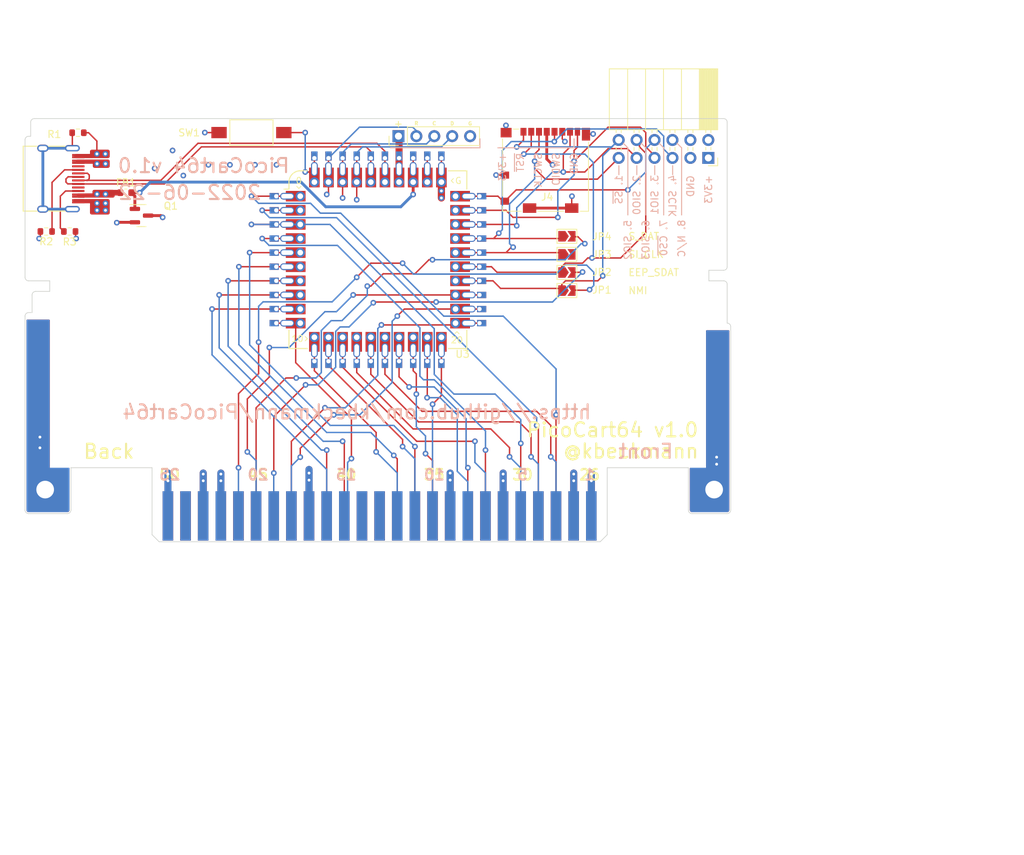
<source format=kicad_pcb>
(kicad_pcb (version 20211014) (generator pcbnew)
  (layers (0 "F.Cu" signal) (1 "In1.Cu" signal) (2 "In2.Cu" signal) (31 "B.Cu" signal) (34 "B.Paste" user) (35 "F.Paste" user) (36 "B.SilkS" user "B.Silkscreen") (37 "F.SilkS" user "F.Silkscreen") (38 "B.Mask" user) (39 "F.Mask" user) (44 "Edge.Cuts" user))
  (net 0 "")
  (net 1 "GND")
  (net 2 "+3V3")
  (net 3 "/N64_NMI")
  (net 4 "/N64_CIC_DCLK")
  (net 5 "/N64_VCC")
  (net 6 "/N64_SI_CLK")
  (net 7 "/N64_CIC_DIO")
  (net 8 "VBUS")
  (net 9 "Net-(J1-PadA5)")
  (net 10 "Net-(J1-PadB5)")
  (net 11 "Net-(J1-PadS1)")
  (net 12 "/USB_D-")
  (net 13 "/USB_D+")
  (net 16 "/AD0")
  (net 17 "/AD1")
  (net 18 "/AD2")
  (net 19 "/AD3")
  (net 20 "/AD4")
  (net 21 "/AD5")
  (net 22 "/AD6")
  (net 23 "/AD7")
  (net 24 "/AD8")
  (net 25 "/AD9")
  (net 26 "/AD10")
  (net 27 "/AD11")
  (net 28 "/AD12")
  (net 29 "/AD13")
  (net 30 "/AD14")
  (net 31 "/AD15")
  (net 32 "/ALEL")
  (net 33 "/ALEH")
  (net 34 "/~{WRITE}")
  (net 35 "/~{READ}")
  (net 36 "/N64_COLD_RESET")
  (net 37 "unconnected-(U3-Pad32)")
  (net 38 "/RP_SWDIO")
  (net 39 "/RP_SWDCLK")
  (net 40 "/~{RP_RESET}")
  (net 41 "Net-(SW1-Pad2)")
  (net 44 "/N64_S_DAT")
  (net 51 "/VBUS_unf")
  (net 52 "/N64_EEP_SDAT")
  (net 53 "/PMOD_4_SCLK")
  (net 54 "/PMOD_8_CS1")
  (net 55 "/PMOD_3_SIO1")
  (net 56 "/PMOD_7_CS0")
  (net 57 "/PMOD_2_SIO0")
  (net 58 "/PMOD_6_SIO3")
  (net 59 "/PMOD_1_SS")
  (net 60 "/PMOD_5_SIO2")
  (footprint "MountingHole:MountingHole_2.5mm_Pad" (layer "F.Cu") (at 102.85 112.6)
    (fp_text reference "REF**" hide)
    (fp_text value "MountingHole_2.5mm_Pad" hide)
  )
  (footprint "MountingHole:MountingHole_2.5mm_Pad" (layer "F.Cu") (at 197.65 112.6)
    (fp_text reference "REF**" hide)
    (fp_text value "MountingHole_2.5mm_Pad" hide)
  )
  (footprint "Jumper:SolderJumper-2_P1.3mm_Open_TrianglePad1.0x1.5mm" (layer "F.Cu") (at 176.784 84.3788)
    (fp_text reference "JP1")
    (fp_text value "SolderJumper_2_Open")
  )
  (footprint "Connector_PinHeader_2.54mm:PinHeader_1x05_P2.54mm_Vertical" (layer "F.Cu") (at 152.913 62.484 90)
    (fp_text reference "J2" hide)
    (fp_text value "Conn_01x05")
  )
  (footprint "Jumper:SolderJumper-2_P1.3mm_Open_TrianglePad1.0x1.5mm" (layer "F.Cu") (at 176.784 81.8134)
    (fp_text reference "JP2")
    (fp_text value "SolderJumper_2_Open")
  )
  (footprint "RP2040_Stamp:RP2040_Stamp_FlexyPin" (layer "F.Cu") (at 150 80)
    (fp_text reference "U3")
    (fp_text value "RP2040_Stamp")
  )
  (footprint "Connector_USB_Extra:USB_C_Receptacle_GT-USB-7010" (layer "F.Cu") (at 104.394 68.515 -90)
    (fp_text reference "J1" hide)
    (fp_text value "USB_C_Receptacle_USB2.0")
  )
  (footprint "Resistor_SMD:R_0603_1608Metric" (layer "F.Cu") (at 106.325 76)
    (fp_text reference "R3")
    (fp_text value "5k1")
  )
  (footprint "Connector_Card:microSD_HC_Molex_104031-0811" (layer "F.Cu") (at 173.736 67.31)
    (fp_text reference "J4")
    (fp_text value "Micro_SD_Card_Det")
  )
  (footprint "Resistor_SMD:R_0603_1608Metric" (layer "F.Cu") (at 107.5 62 180)
    (fp_text reference "R1")
    (fp_text value "1M")
  )
  (footprint "Button_Switch_SMD:SW_SPST_FSMSM" (layer "F.Cu") (at 132.08 61.976)
    (fp_text reference "SW1")
    (fp_text value "BootButton")
  )
  (footprint "Jumper:SolderJumper-2_P1.3mm_Open_TrianglePad1.0x1.5mm" (layer "F.Cu") (at 176.784 79.248)
    (fp_text reference "JP3")
    (fp_text value "SolderJumper_2_Open")
  )
  (footprint "Jumper:SolderJumper-2_P1.3mm_Open_TrianglePad1.0x1.5mm" (layer "F.Cu") (at 176.784 76.6826)
    (fp_text reference "JP4")
    (fp_text value "SolderJumper_2_Open")
  )
  (footprint "Resistor_SMD:R_0603_1608Metric" (layer "F.Cu") (at 103 76 180)
    (fp_text reference "R2")
    (fp_text value "5k1")
  )
  (footprint "Package_TO_SOT_SMD:SOT-23" (layer "F.Cu") (at 116.5 73.75)
    (fp_text reference "Q1")
    (fp_text value "BSS84")
  )
  (footprint "Connector_PinSocket_2.54mm:PinSocket_2x06_P2.54mm_Horizontal" (layer "F.Cu") (at 196.825 65.569 -90)
    (fp_text reference "J3" hide)
    (fp_text value "Conn_02x06_Odd_Even")
  )
  (footprint "Inductor_SMD:L_0603_1608Metric" (layer "F.Cu") (at 114.2875 70.5)
    (fp_text reference "FB1")
    (fp_text value "Ferrite")
  )
  (footprint "picocart64:N64-Connector" (layer "B.Cu") (at 150.241 116.332 180)
    (fp_text reference "U4" hide)
    (fp_text value "N64-Cartridge")
  )
  (gr_line (start 191.77 67.945) (end 191.77 66.675) (layer "B.SilkS") (width 0.15))
  (gr_line (start 190.5 64.135) (end 189.865 63.5) (layer "B.SilkS") (width 0.15))
  (gr_line (start 189.23 67.945) (end 189.23 66.675) (layer "B.SilkS") (width 0.15))
  (gr_line (start 190.5 73.66) (end 190.5 64.135) (layer "B.SilkS") (width 0.15))
  (gr_line (start 187.96 64.135) (end 187.325 63.5) (layer "B.SilkS") (width 0.15))
  (gr_line (start 185.42 64.135) (end 184.785 63.5) (layer "B.SilkS") (width 0.15))
  (gr_line (start 193.04 73.66) (end 193.04 64.135) (layer "B.SilkS") (width 0.15))
  (gr_line (start 185.42 73.66) (end 185.42 64.135) (layer "B.SilkS") (width 0.15))
  (gr_line (start 186.69 67.945) (end 186.69 66.675) (layer "B.SilkS") (width 0.15))
  (gr_line (start 193.04 64.135) (end 192.405 63.5) (layer "B.SilkS") (width 0.15))
  (gr_line (start 177.8 64.135) (end 177.8 62.865) (layer "B.SilkS") (width 0.15))
  (gr_line (start 151.765 64.135) (end 163.195 64.135) (layer "B.SilkS") (width 0.15))
  (gr_line (start 164.465 64.135) (end 164.465 62.865) (layer "B.SilkS") (width 0.15))
  (gr_line (start 184.15 67.945) (end 184.15 66.675) (layer "B.SilkS") (width 0.15))
  (gr_line (start 187.96 73.66) (end 187.96 64.135) (layer "B.SilkS") (width 0.15))
  (gr_line (start 163.195 64.135) (end 164.465 64.135) (layer "B.SilkS") (width 0.15))
  (gr_line (start 167.005 64.135) (end 177.8 64.135) (layer "B.SilkS") (width 0.15))
  (gr_line locked (start 182.5 119) (end 182.5 109.5) (layer "Edge.Cuts") (width 0.1))
  (gr_line locked (start 194 109.5) (end 182.5 109.5) (layer "Edge.Cuts") (width 0.1))
  (gr_line locked (start 194 109.5) (end 194 115.5) (layer "Edge.Cuts") (width 0.1))
  (gr_line locked (start 199.5 116) (end 194.5 116) (layer "Edge.Cuts") (width 0.1))
  (gr_line locked (start 200 115.5) (end 200 89.5) (layer "Edge.Cuts") (width 0.1))
  (gr_line locked (start 196.9 83) (end 196.9 81.5) (layer "Edge.Cuts") (width 0.1))
  (gr_line locked (start 199 81.5) (end 196.9 81.5) (layer "Edge.Cuts") (width 0.1))
  (gr_line locked (start 199.5 60.5) (end 199.5 81) (layer "Edge.Cuts") (width 0.1))
  (gr_line locked (start 118 119) (end 119 120) (layer "Edge.Cuts") (width 0.1))
  (gr_line locked (start 182.5 119) (end 181.5 120) (layer "Edge.Cuts") (width 0.1))
  (gr_arc locked (start 100.8 60.5) (mid 100.946447 60.146447) (end 101.3 60) (layer "Edge.Cuts") (width 0.1))
  (gr_arc locked (start 100 63) (mid 100.146447 62.646447) (end 100.5 62.5) (layer "Edge.Cuts") (width 0.1))
  (gr_arc locked (start 100.5 83) (mid 100.146447 82.853553) (end 100 82.5) (layer "Edge.Cuts") (width 0.1))
  (gr_arc locked (start 101 85) (mid 101.146447 84.646447) (end 101.5 84.5) (layer "Edge.Cuts") (width 0.1))
  (gr_arc locked (start 100 88) (mid 100.146447 87.646447) (end 100.5 87.5) (layer "Edge.Cuts") (width 0.1))
  (gr_arc locked (start 100.5 116) (mid 100.146447 115.853553) (end 100 115.5) (layer "Edge.Cuts") (width 0.1))
  (gr_arc locked (start 106.5 115.5) (mid 106.353553 115.853553) (end 106 116) (layer "Edge.Cuts") (width 0.1))
  (gr_arc locked (start 194.5 116) (mid 194.146447 115.853553) (end 194 115.5) (layer "Edge.Cuts") (width 0.1))
  (gr_arc locked (start 200 115.5) (mid 199.853553 115.853553) (end 199.5 116) (layer "Edge.Cuts") (width 0.1))
  (gr_arc locked (start 199 83) (mid 199.353553 83.146447) (end 199.5 83.5) (layer "Edge.Cuts") (width 0.1))
  (gr_arc locked (start 199.5 81) (mid 199.353553 81.353553) (end 199 81.5) (layer "Edge.Cuts") (width 0.1))
  (gr_arc locked (start 199.5 89) (mid 199.853553 89.146447) (end 200 89.5) (layer "Edge.Cuts") (width 0.1))
  (gr_line locked (start 199.5 83.5) (end 199.5 89) (layer "Edge.Cuts") (width 0.1))
  (gr_line locked (start 118 119) (end 118 109.5) (layer "Edge.Cuts") (width 0.1))
  (gr_line locked (start 106.5 109.5) (end 106.5 115.5) (layer "Edge.Cuts") (width 0.1))
  (gr_arc locked (start 199 60) (mid 199.353553 60.146447) (end 199.5 60.5) (layer "Edge.Cuts") (width 0.1))
  (gr_line locked (start 181.5 120) (end 119 120) (layer "Edge.Cuts") (width 0.1))
  (gr_line locked (start 118 109.5) (end 106.5 109.5) (layer "Edge.Cuts") (width 0.1))
  (gr_line locked (start 103.5 84.5) (end 103.5 83) (layer "Edge.Cuts") (width 0.1))
  (gr_line locked (start 101.5 84.5) (end 103.5 84.5) (layer "Edge.Cuts") (width 0.1))
  (gr_line locked (start 106 116) (end 100.5 116) (layer "Edge.Cuts") (width 0.1))
  (gr_line locked (start 100.5 62.5) (end 100.8 62.5) (layer "Edge.Cuts") (width 0.1))
  (gr_line locked (start 100 82.5) (end 100 63) (layer "Edge.Cuts") (width 0.1))
  (gr_line locked (start 100.8 62.5) (end 100.8 60.5) (layer "Edge.Cuts") (width 0.1))
  (gr_line locked (start 101.3 60) (end 199 60) (layer "Edge.Cuts") (width 0.1))
  (gr_line locked (start 100 115.5) (end 100 88) (layer "Edge.Cuts") (width 0.1))
  (gr_line locked (start 100.5 87.5) (end 101 87.5) (layer "Edge.Cuts") (width 0.1))
  (gr_line locked (start 101 87.5) (end 101 85) (layer "Edge.Cuts") (width 0.1))
  (gr_line locked (start 199 83) (end 196.9 83) (layer "Edge.Cuts") (width 0.1))
  (gr_line locked (start 103.5 83) (end 100.5 83) (layer "Edge.Cuts") (width 0.1))
  (gr_text "5" (at 170.5 110.5) (layer "B.SilkS") (effects (font (size 1.5 1.5) (thickness 0.3)) (justify mirror)))
  (gr_text "10" (at 158 110.5) (layer "B.SilkS") (effects (font (size 1.5 1.5) (thickness 0.3)) (justify mirror)))
  (gr_text "15" (at 145.5 110.5) (layer "B.SilkS") (effects (font (size 1.5 1.5) (thickness 0.3)) (justify mirror)))
  (gr_text "20" (at 133 110.5) (layer "B.SilkS") (effects (font (size 1.5 1.5) (thickness 0.3)) (justify mirror)))
  (gr_text "25" (at 120.5 110.5) (layer "B.SilkS") (effects (font (size 1.5 1.5) (thickness 0.3)) (justify mirror)))
  (gr_text "+3V3" (at 196.85 67.945 90) (layer "B.SilkS") (effects (font (size 1 1)) (justify left mirror)))
  (gr_text "2. SIO0" (at 186.69 67.923948 90) (layer "B.SilkS") (effects (font (size 1 1)) (justify left mirror)))
  (gr_text "SWCLK" (at 172.72 64.77 90) (layer "B.SilkS") (effects (font (size 1 1)) (justify left mirror)))
  (gr_text "4. SCLK" (at 191.77 67.883551 90) (layer "B.SilkS") (effects (font (size 1 1)) (justify left mirror)))
  (gr_text "GND" (at 177.8 64.77 90) (layer "B.SilkS") (effects (font (size 1 1)) (justify left mirror)))
  (gr_text "GND" (at 194.31 67.961833 90) (layer "B.SilkS") (effects (font (size 1 1)) (justify left mirror)))
  (gr_text "3. SIO1" (at 189.23 67.903749 90) (layer "B.SilkS") (effects (font (size 1 1)) (justify left mirror)))
  (gr_text "6. SIO3" (at 187.96 74.29078 90) (layer "B.SilkS") (effects (font (size 1 1)) (justify left mirror)))
  (gr_text "7. ~{CS0}" (at 190.5 74.270581 90) (layer "B.SilkS") (effects (font (size 1 1)) (justify left mirror)))
  (gr_text "5. SIO2" (at 185.42 74.295 90) (layer "B.SilkS") (effects (font (size 1 1)) (justify left mirror)))
  (gr_text "+3V3" (at 167.64 64.77 90) (layer "B.SilkS") (effects (font (size 1 1)) (justify left mirror)))
  (gr_text "~{RST}" (at 170.18 64.77 90) (layer "B.SilkS") (effects (font (size 1 1)) (justify left mirror)))
  (gr_text "1" (at 180 110.5) (layer "B.SilkS") (effects (font (size 1.5 1.5) (thickness 0.3)) (justify mirror)))
  (gr_text "SWDIO" (at 175.26 64.77 90) (layer "B.SilkS") (effects (font (size 1 1)) (justify left mirror)))
  (gr_text "1. ~{SS}" (at 184.15 67.928168 90) (layer "B.SilkS") (effects (font (size 1 1)) (justify left mirror)))
  (gr_text "8. N/C" (at 193.04 74.250383 90) (layer "B.SilkS") (effects (font (size 1 1)) (justify left mirror)))
  (gr_text "45" (at 133 110.5) (layer "F.SilkS") (effects (font (size 1.5 1.5) (thickness 0.3))))
  (gr_text "40" (at 145.5 110.5) (layer "F.SilkS") (effects (font (size 1.5 1.5) (thickness 0.3))))
  (gr_text "35" (at 158 110.5) (layer "F.SilkS") (effects (font (size 1.5 1.5) (thickness 0.3))))
  (gr_text "30" (at 170.5 110.5) (layer "F.SilkS") (effects (font (size 1.5 1.5) (thickness 0.3))))
  (gr_text "26" (at 180 110.5) (layer "F.SilkS") (effects (font (size 1.5 1.5) (thickness 0.3))))
  (gr_text "D" (at 160.528 60.699189) (layer "F.SilkS") (effects (font (size 0.5 0.5) (thickness 0.125))))
  (gr_text "S_DAT" (at 185.42 76.6826) (layer "F.SilkS") (effects (font (size 1 1)) (justify left)))
  (gr_text "50" (at 120.5 110.5) (layer "F.SilkS") (effects (font (size 1.5 1.5) (thickness 0.3))))
  (gr_text "R" (at 155.448 60.671135) (layer "F.SilkS") (effects (font (size 0.5 0.5) (thickness 0.125))))
  (gr_text "NMI" (at 185.42 84.3788) (layer "F.SilkS") (effects (font (size 1 1)) (justify left)))
  (gr_text "EEP_SDAT" (at 185.42 81.8134) (layer "F.SilkS") (effects (font (size 1 1)) (justify left)))
  (gr_text "C" (at 157.988 60.685162) (layer "F.SilkS") (effects (font (size 0.5 0.5) (thickness 0.125))))
  (gr_text "+" (at 152.908 60.706) (layer "F.SilkS") (effects (font (size 1 1))))
  (gr_text "G" (at 163.068 60.706) (layer "F.SilkS") (effects (font (size 0.5 0.5) (thickness 0.125))))
  (gr_text "SI_CLK" (at 185.42 79.248) (layer "F.SilkS") (effects (font (size 1 1)) (justify left)))
  (segment (start 159 67.15) (end 159 65.6) (width 0.2032) (layer "F.Cu") (net 1))
  (segment (start 168.148 60.96) (end 168.148 61.962) (width 0.2032) (layer "F.Cu") (net 1))
  (segment (start 127.75 116) (end 127.75 110.25) (width 1) (layer "F.Cu") (net 1))
  (segment (start 109 62) (end 110.179 63.179) (width 0.2032) (layer "F.Cu") (net 1))
  (segment (start 102.175 76.825) (end 102 77) (width 0.2032) (layer "F.Cu") (net 1))
  (segment (start 107.15 76.9) (end 107.25 77) (width 0.2032) (layer "F.Cu") (net 1))
  (segment (start 176.131 62.881) (end 176.131 61.86) (width 0.2032) (layer "F.Cu") (net 1))
  (segment (start 159 68.35) (end 159 68.5) (width 0.4064) (layer "F.Cu") (net 1))
  (segment (start 107.15 76) (end 107.15 76.9) (width 0.2032) (layer "F.Cu") (net 1))
  (segment (start 171.496 72.685) (end 177.466 72.685) (width 0.4) (layer "F.Cu") (net 1))
  (segment (start 167.75 116) (end 167.75 110.25) (width 1) (layer "F.Cu") (net 1))
  (segment (start 159 68.5) (end 159 71.25) (width 1.016) (layer "F.Cu") (net 1))
  (segment (start 166.75 68) (end 167.986 68) (width 0.2032) (layer "F.Cu") (net 1))
  (segment (start 180.25 116) (end 180.25 110.25) (width 1) (layer "F.Cu") (net 1))
  (segment (start 168.148 61.962) (end 168.171 61.985) (width 0.2032) (layer "F.Cu") (net 1))
  (segment (start 177.466 71.034) (end 177.5 71) (width 0.2032) (layer "F.Cu") (net 1))
  (segment (start 177.75 116) (end 177.75 110.25) (width 1) (layer "F.Cu") (net 1))
  (segment (start 177.466 72.685) (end 177.466 71.034) (width 0.2032) (layer "F.Cu") (net 1))
  (segment (start 125.25 116) (end 125.25 110.25) (width 1) (layer "F.Cu") (net 1))
  (segment (start 110.179 63.179) (end 110.179 65.0018) (width 0.2032) (layer "F.Cu") (net 1))
  (segment (start 180.5 62.1723) (end 180.4623 62.21) (width 0.2032) (layer "F.Cu") (net 1))
  (segment (start 167.986 68) (end 167.996 68.01) (width 0.2032) (layer "F.Cu") (net 1))
  (segment (start 102.175 76) (end 102.175 76.825) (width 0.2032) (layer "F.Cu") (net 1))
  (segment (start 176.5 63.25) (end 176.131 62.881) (width 0.2032) (layer "F.Cu") (net 1))
  (segment (start 120.25 116) (end 120.25 110.25) (width 1) (layer "F.Cu") (net 1))
  (segment (start 180.4623 62.21) (end 179.491 62.21) (width 0.2032) (layer "F.Cu") (net 1))
  (segment (start 127.49 61.976) (end 125.476 61.976) (width 0.2032) (layer "F.Cu") (net 1))
  (segment (start 108.325 62) (end 109 62) (width 0.2032) (layer "F.Cu") (net 1))
  (via (at 110.2 73.0018) (size 0.8) (drill 0.4) (layers "F.Cu" "B.Cu") (net 1))
  (via (at 110.2 72.0018) (size 0.8) (drill 0.4) (layers "F.Cu" "B.Cu") (net 1))
  (via (at 111.4 72.0018) (size 0.8) (drill 0.4) (layers "F.Cu" "B.Cu") (net 1))
  (via (at 111.4 73.0018) (size 0.8) (drill 0.4) (layers "F.Cu" "B.Cu") (net 1))
  (via (at 102.108 105.156) (size 0.8) (drill 0.4) (layers "F.Cu" "B.Cu") (net 1))
  (via (at 180.25 111.35) (size 0.8) (drill 0.4) (layers "F.Cu" "B.Cu") (net 1))
  (via (at 180.25 110.4) (size 0.8) (drill 0.4) (layers "F.Cu" "B.Cu") (net 1))
  (via (at 177.75 111.35) (size 0.8) (drill 0.4) (layers "F.Cu" "B.Cu") (net 1))
  (via (at 177.75 110.4) (size 0.8) (drill 0.4) (layers "F.Cu" "B.Cu") (net 1))
  (via (at 167.75 110.4) (size 0.8) (drill 0.4) (layers "F.Cu" "B.Cu") (net 1))
  (via (at 167.75 111.35) (size 0.8) (drill 0.4) (layers "F.Cu" "B.Cu") (net 1))
  (via (at 127.75 111.35) (size 0.8) (drill 0.4) (layers "F.Cu" "B.Cu") (net 1))
  (via (at 127.75 110.4) (size 0.8) (drill 0.4) (layers "F.Cu" "B.Cu") (net 1))
  (via (at 125.25 110.4) (size 0.8) (drill 0.4) (layers "F.Cu" "B.Cu") (net 1))
  (via (at 125.25 111.35) (size 0.8) (drill 0.4) (layers "F.Cu" "B.Cu") (net 1))
  (via (at 120.25 111.35) (size 0.8) (drill 0.4) (layers "F.Cu" "B.Cu") (net 1))
  (via (at 120.25 110.4) (size 0.8) (drill 0.4) (layers "F.Cu" "B.Cu") (net 1))
  (via (at 198 108) (size 0.8) (drill 0.4) (layers "F.Cu" "B.Cu") (net 1))
  (via (at 159 70.25) (size 0.8) (drill 0.4) (layers "F.Cu" "B.Cu") (net 1))
  (via (at 122.428 68.072) (size 0.8) (drill 0.4) (layers "F.Cu" "B.Cu") (net 1))
  (via (at 110.179 65.0018) (size 0.8) (drill 0.4) (layers "F.Cu" "B.Cu") (net 1))
  (via (at 159 71.25) (size 0.8) (drill 0.4) (layers "F.Cu" "B.Cu") (net 1))
  (via (at 107.25 77) (size 0.8) (drill 0.4) (layers "F.Cu" "B.Cu") (net 1))
  (via (at 111.379 65.0018) (size 0.8) (drill 0.4) (layers "F.Cu" "B.Cu") (net 1))
  (via (at 129.032 66.548) (size 0.8) (drill 0.4) (layers "F.Cu" "B.Cu") (net 1))
  (via (at 168.148 60.96) (size 0.8) (drill 0.4) (layers "F.Cu" "B.Cu") (net 1))
  (via (at 120.904 64.516) (size 0.8) (drill 0.4) (layers "F.Cu" "B.Cu") (net 1))
  (via (at 132.588 66.548) (size 0.8) (drill 0.4) (layers "F.Cu" "B.Cu") (net 1))
  (via (at 198 109) (size 0.8) (drill 0.4) (layers "F.Cu" "B.Cu") (net 1))
  (via (at 180.5 62.1723) (size 0.8) (drill 0.4) (layers "F.Cu" "B.Cu") (net 1))
  (via (at 177.5 71) (size 0.8) (drill 0.4) (layers "F.Cu" "B.Cu") (net 1))
  (via (at 166.75 68) (size 0.8) (drill 0.4) (layers "F.Cu" "B.Cu") (net 1))
  (via (at 118.364 67.056) (size 0.8) (drill 0.4) (layers "F.Cu" "B.Cu") (net 1))
  (via (at 125.984 66.548) (size 0.8) (drill 0.4) (layers "F.Cu" "B.Cu") (net 1))
  (via (at 125.476 61.976) (size 0.8) (drill 0.4) (layers "F.Cu" "B.Cu") (net 1))
  (via (at 102 77) (size 0.8) (drill 0.4) (layers "F.Cu" "B.Cu") (net 1))
  (via (at 176.5 63.25) (size 0.8) (drill 0.4) (layers "F.Cu" "B.Cu") (net 1))
  (via (at 102.108 106.68) (size 0.8) (drill 0.4) (layers "F.Cu" "B.Cu") (net 1))
  (via (at 135.636 66.548) (size 0.8) (drill 0.4) (layers "F.Cu" "B.Cu") (net 1))
  (segment (start 177.75 116) (end 177.75 110.25) (width 1) (layer "B.Cu") (net 1))
  (segment (start 125.25 116) (end 125.25 110.25) (width 1) (layer "B.Cu") (net 1))
  (segment (start 127.75 116) (end 127.75 110.25) (width 1) (layer "B.Cu") (net 1))
  (segment (start 167.75 116) (end 167.75 110.25) (width 1) (layer "B.Cu") (net 1))
  (segment (start 120.25 116) (end 120.25 110.25) (width 1) (layer "B.Cu") (net 1))
  (segment (start 180.25 116) (end 180.25 110.25) (width 1) (layer "B.Cu") (net 1))
  (segment (start 174.752 66.548) (end 173.931 65.727) (width 0.4) (layer "F.Cu") (net 2))
  (segment (start 115.5625 74.7) (end 113.05 74.7) (width 0.4064) (layer "F.Cu") (net 2))
  (segment (start 113.05 74.7) (end 113 74.75) (width 0.4064) (layer "F.Cu") (net 2))
  (segment (start 173.931 65.727) (end 173.931 61.86) (width 0.4) (layer "F.Cu") (net 2))
  (segment (start 153 62.571) (end 152.913 62.484) (width 1) (layer "F.Cu") (net 2))
  (segment (start 153 68.35) (end 153 62.571) (width 1) (layer "F.Cu") (net 2))
  (via (at 113 74.75) (size 0.8) (drill 0.4) (layers "F.Cu" "B.Cu") (net 2))
  (via (at 174.752 66.548) (size 0.8) (drill 0.4) (layers "F.Cu" "B.Cu") (net 2))
  (segment (start 178.35 76.75) (end 177.509 76.75) (width 0.2032) (layer "F.Cu") (net 3))
  (segment (start 179.324 77.724) (end 178.35 76.75) (width 0.2032) (layer "F.Cu") (net 3))
  (segment (start 136.976 96.774) (end 132.741 101.009) (width 0.2032) (layer "F.Cu") (net 3))
  (segment (start 138.43 96.774) (end 136.976 96.774) (width 0.2032) (layer "F.Cu") (net 3))
  (segment (start 157.24 80.01) (end 155.25 82) (width 0.2032) (layer "F.Cu") (net 3))
  (segment (start 149 83.75) (end 148.5 83.75) (width 0.2032) (layer "F.Cu") (net 3))
  (segment (start 132.741 101.009) (end 132.741 116.332) (width 0.2032) (layer "F.Cu") (net 3))
  (segment (start 155.25 82) (end 150.75 82) (width 0.2032) (layer "F.Cu") (net 3))
  (segment (start 157.734 80.01) (end 157.24 80.01) (width 0.2032) (layer "F.Cu") (net 3))
  (segment (start 150.75 82) (end 149 83.75) (width 0.2032) (layer "F.Cu") (net 3))
  (via (at 148.5 83.75) (size 0.8) (drill 0.4) (layers "F.Cu" "B.Cu") (net 3))
  (via (at 157.734 80.01) (size 0.8) (drill 0.4) (layers "F.Cu" "B.Cu") (net 3))
  (via (at 138.43 96.774) (size 0.8) (drill 0.4) (layers "F.Cu" "B.Cu") (net 3))
  (via (at 179.324 77.724) (size 0.8) (drill 0.4) (layers "F.Cu" "B.Cu") (net 3))
  (segment (start 138.43 96.774) (end 141.224 96.774) (width 0.2032) (layer "B.Cu") (net 3))
  (segment (start 176.53 80.01) (end 178.816 77.724) (width 0.2032) (layer "B.Cu") (net 3))
  (segment (start 143.383 88.646) (end 144.907 88.646) (width 0.2032) (layer "B.Cu") (net 3))
  (segment (start 144.907 88.646) (end 148.5 85.053) (width 0.2032) (layer "B.Cu") (net 3))
  (segment (start 148.5 85.053) (end 148.5 83.75) (width 0.2032) (layer "B.Cu") (net 3))
  (segment (start 141.986 90.043) (end 143.383 88.646) (width 0.2032) (layer "B.Cu") (net 3))
  (segment (start 178.816 77.724) (end 179.324 77.724) (width 0.2032) (layer "B.Cu") (net 3))
  (segment (start 141.224 96.774) (end 141.986 96.012) (width 0.2032) (layer "B.Cu") (net 3))
  (segment (start 141.986 96.012) (end 141.986 90.043) (width 0.2032) (layer "B.Cu") (net 3))
  (segment (start 157.734 80.01) (end 176.53 80.01) (width 0.2032) (layer "B.Cu") (net 3))
  (segment (start 137.741 105.759) (end 142.5 101) (width 0.2032) (layer "F.Cu") (net 4))
  (segment (start 161.4 89.25) (end 161.65 89) (width 0.2032) (layer "F.Cu") (net 4))
  (segment (start 164.4 89) (end 162.85 89) (width 0.2032) (layer "F.Cu") (net 4))
  (segment (start 137.741 116.332) (end 137.741 105.759) (width 0.2032) (layer "F.Cu") (net 4))
  (segment (start 150.5 89.25) (end 161.4 89.25) (width 0.2032) (layer "F.Cu") (net 4))
  (via (at 142.5 101) (size 0.8) (drill 0.4) (layers "F.Cu" "B.Cu") (net 4))
  (via (at 150.5 89.25) (size 0.8) (drill 0.4) (layers "F.Cu" "B.Cu") (net 4))
  (segment (start 149.987 89.763) (end 149.987 96.393) (width 0.2032) (layer "B.Cu") (net 4))
  (segment (start 150.5 89.25) (end 149.987 89.763) (width 0.2032) (layer "B.Cu") (net 4))
  (segment (start 149.987 96.393) (end 145.38 101) (width 0.2032) (layer "B.Cu") (net 4))
  (segment (start 145.38 101) (end 142.5 101) (width 0.2032) (layer "B.Cu") (net 4))
  (segment (start 160.241 110.259) (end 160.241 116.332) (width 1.016) (layer "F.Cu") (net 5))
  (segment (start 140.241 109.759) (end 140.241 116.332) (width 1.016) (layer "F.Cu") (net 5))
  (segment (start 119.25 73.75) (end 119.5 74) (width 0.4064) (layer "F.Cu") (net 5))
  (segment (start 117.4375 73.75) (end 119.25 73.75) (width 0.4064) (layer "F.Cu") (net 5))
  (via (at 160.241 110.259) (size 0.8) (drill 0.4) (layers "F.Cu" "B.Cu") (net 5))
  (via (at 119.5 74) (size 0.8) (drill 0.4) (layers "F.Cu" "B.Cu") (net 5))
  (via (at 140.241 110.259) (size 0.8) (drill 0.4) (layers "F.Cu" "B.Cu") (net 5))
  (via (at 140.241 111.259) (size 0.8) (drill 0.4) (layers "F.Cu" "B.Cu") (net 5))
  (via (at 160.241 111.252) (size 0.8) (drill 0.4) (layers "F.Cu" "B.Cu") (net 5))
  (segment (start 140.25 110.25) (end 140.241 110.259) (width 1.016) (layer "B.Cu") (net 5))
  (segment (start 160.241 116.332) (end 160.241 110.259) (width 1.016) (layer "B.Cu") (net 5))
  (segment (start 140.241 116.332) (end 140.241 109.75) (width 1.016) (layer "B.Cu") (net 5))
  (segment (start 139.75 97.75) (end 135.25 102.25) (width 0.2032) (layer "F.Cu") (net 6))
  (segment (start 179 81.75) (end 178.962 81.788) (width 0.2032) (layer "F.Cu") (net 6))
  (segment (start 178.962 81.788) (end 177.509 81.788) (width 0.2032) (layer "F.Cu") (net 6))
  (segment (start 149.352 86.106) (end 149.458 86) (width 0.2032) (layer "F.Cu") (net 6))
  (segment (start 135.25 102.25) (end 135.25 110.25) (width 0.2032) (layer "F.Cu") (net 6))
  (segment (start 149.458 86) (end 158.25 86) (width 0.2032) (layer "F.Cu") (net 6))
  (via (at 139.75 97.75) (size 0.8) (drill 0.4) (layers "F.Cu" "B.Cu") (net 6))
  (via (at 179 81.75) (size 0.8) (drill 0.4) (layers "F.Cu" "B.Cu") (net 6))
  (via (at 135.25 110.25) (size 0.8) (drill 0.4) (layers "F.Cu" "B.Cu") (net 6))
  (via (at 158.25 86) (size 0.8) (drill 0.4) (layers "F.Cu" "B.Cu") (net 6))
  (via (at 149.352 86.106) (size 0.8) (drill 0.4) (layers "F.Cu" "B.Cu") (net 6))
  (segment (start 144.018 90.17) (end 144.018 95.25) (width 0.2032) (layer "B.Cu") (net 6))
  (segment (start 144.018 95.25) (end 141.518 97.75) (width 0.2032) (layer "B.Cu") (net 6))
  (segment (start 174.75 86) (end 179 81.75) (width 0.2032) (layer "B.Cu") (net 6))
  (segment (start 149.352 86.106) (end 145.923 89.535) (width 0.2032) (layer "B.Cu") (net 6))
  (segment (start 158.25 86) (end 174.75 86) (width 0.2032) (layer "B.Cu") (net 6))
  (segment (start 135.241 110.259) (end 135.25 110.25) (width 0.2032) (layer "B.Cu") (net 6))
  (segment (start 145.923 89.535) (end 144.653 89.535) (width 0.2032) (layer "B.Cu") (net 6))
  (segment (start 135.241 116.332) (end 135.241 110.259) (width 0.2032) (layer "B.Cu") (net 6))
  (segment (start 141.518 97.75) (end 139.75 97.75) (width 0.2032) (layer "B.Cu") (net 6))
  (segment (start 144.653 89.535) (end 144.018 90.17) (width 0.2032) (layer "B.Cu") (net 6))
  (segment (start 153.75 87) (end 161.65 87) (width 0.2032) (layer "F.Cu") (net 7))
  (segment (start 139 108) (end 139 106.75) (width 0.2032) (layer "F.Cu") (net 7))
  (segment (start 139 106.75) (end 143.75 102) (width 0.2032) (layer "F.Cu") (net 7))
  (segment (start 152.75 88) (end 153.75 87) (width 0.2032) (layer "F.Cu") (net 7))
  (segment (start 162.85 87) (end 164.4 87) (width 0.2032) (layer "F.Cu") (net 7))
  (via (at 143.75 102) (size 0.8) (drill 0.4) (layers "F.Cu" "B.Cu") (net 7))
  (via (at 152.75 88) (size 0.8) (drill 0.4) (layers "F.Cu" "B.Cu") (net 7))
  (via (at 139 108) (size 0.8) (drill 0.4) (layers "F.Cu" "B.Cu") (net 7))
  (segment (start 152.019 88.731) (end 152.019 97.409) (width 0.2032) (layer "B.Cu") (net 7))
  (segment (start 137.741 109.259) (end 137.741 116.332) (width 0.2032) (layer "B.Cu") (net 7))
  (segment (start 152.75 88) (end 152.019 88.731) (width 0.2032) (layer "B.Cu") (net 7))
  (segment (start 147.428 102) (end 143.75 102) (width 0.2032) (layer "B.Cu") (net 7))
  (segment (start 152.019 97.409) (end 147.428 102) (width 0.2032) (layer "B.Cu") (net 7))
  (segment (start 139 108) (end 137.741 109.259) (width 0.2032) (layer "B.Cu") (net 7))
  (segment (start 155 68.35) (end 155 70.75) (width 0.4064) (layer "F.Cu") (net 8))
  (segment (start 115.5625 70.9875) (end 115.5625 72.8) (width 0.4064) (layer "F.Cu") (net 8))
  (segment (start 116.25 70.5) (end 115.075 70.5) (width 0.4064) (layer "F.Cu") (net 8))
  (segment (start 155 67.15) (end 155 65.6) (width 0.2032) (layer "F.Cu") (net 8))
  (segment (start 115.075 70.5) (end 115.5625 70.9875) (width 0.4064) (layer "F.Cu") (net 8))
  (via (at 116.25 70.5) (size 0.8) (drill 0.4) (layers "F.Cu" "B.Cu") (net 8))
  (via (at 155 70.75) (size 0.8) (drill 0.4) (layers "F.Cu" "B.Cu") (net 8))
  (segment (start 153.25 72.5) (end 155 70.75) (width 0.4064) (layer "B.Cu") (net 8))
  (segment (start 139.104 69) (end 142.604 72.5) (width 0.4064) (layer "B.Cu") (net 8))
  (segment (start 116.25 70.5) (end 117.75 69) (width 0.4064) (layer "B.Cu") (net 8))
  (segment (start 142.604 72.5) (end 153.25 72.5) (width 0.4064) (layer "B.Cu") (net 8))
  (segment (start 117.75 69) (end 139.104 69) (width 0.4064) (layer "B.Cu") (net 8))
  (segment (start 107.544 67.265) (end 105.6004 67.265) (width 0.2032) (layer "F.Cu") (net 9))
  (segment (start 103.825 69.0404) (end 103.825 76) (width 0.2032) (layer "F.Cu") (net 9))
  (segment (start 105.6004 67.265) (end 103.825 69.0404) (width 0.2032) (layer "F.Cu") (net 9))
  (segment (start 107.544 70.265) (end 105.735 70.265) (width 0.2032) (layer "F.Cu") (net 10))
  (segment (start 105 71) (end 105.735 70.265) (width 0.2032) (layer "F.Cu") (net 10))
  (segment (start 105.5 76) (end 105 75.5) (width 0.2032) (layer "F.Cu") (net 10))
  (segment (start 105 75.5) (end 105 71) (width 0.2032) (layer "F.Cu") (net 10))
  (segment (start 106.704 64.195) (end 106.704 62.029) (width 0.2032) (layer "F.Cu") (net 11))
  (segment (start 106.704 62.029) (end 106.675 62) (width 0.2032) (layer "F.Cu") (net 11))
  (segment (start 102.524 72.835) (end 106.704 72.835) (width 0.4) (layer "B.Cu") (net 11))
  (segment (start 102.524 64.195) (end 102.524 72.835) (width 0.4) (layer "B.Cu") (net 11))
  (segment (start 102.524 64.195) (end 106.704 64.195) (width 0.4) (layer "B.Cu") (net 11))
  (segment (start 107.65 68.7518) (end 108.7482 68.7518) (width 0.2032) (layer "F.Cu") (net 12))
  (segment (start 151 64.64) (end 151 65.6) (width 0.2032) (layer "F.Cu") (net 12))
  (segment (start 108.7482 68.7518) (end 108.85 68.7518) (width 0.2032) (layer "F.Cu") (net 12))
  (segment (start 109.1 68.5018) (end 109.1 68.0018) (width 0.2032) (layer "F.Cu") (net 12))
  (segment (start 119.2482 68.7518) (end 124.5 63.5) (width 0.2032) (layer "F.Cu") (net 12))
  (segment (start 108.85 68.7518) (end 109.1 68.5018) (width 0.2032) (layer "F.Cu") (net 12))
  (segment (start 151 69) (end 151 65.6) (width 0.2) (layer "F.Cu") (net 12))
  (segment (start 109.1 68.0018) (end 108.85 67.7518) (width 0.2032) (layer "F.Cu") (net 12))
  (segment (start 149.86 63.5) (end 151 64.64) (width 0.2032) (layer "F.Cu") (net 12))
  (segment (start 108.85 67.7518) (end 107.65 67.7518) (width 0.2032) (layer "F.Cu") (net 12))
  (segment (start 124.5 63.5) (end 149.86 63.5) (width 0.2032) (layer "F.Cu") (net 12))
  (segment (start 108.7482 68.7518) (end 119.2482 68.7518) (width 0.2032) (layer "F.Cu") (net 12))
  (segment (start 124.992 64.008) (end 119.735 69.265) (width 0.2) (layer "F.Cu") (net 13))
  (segment (start 105.8 69.0018) (end 106.05 69.2518) (width 0.2032) (layer "F.Cu") (net 13))
  (segment (start 105.8 68.5518) (end 105.8 69.0018) (width 0.2032) (layer "F.Cu") (net 13))
  (segment (start 106.05 69.2518) (end 107.65 69.2518) (width 0.2032) (layer "F.Cu") (net 13))
  (segment (start 107.65 68.2518) (end 106.1 68.2518) (width 0.2032) (layer "F.Cu") (net 13))
  (segment (start 149 69) (end 149 65.6) (width 0.2) (layer "F.Cu") (net 13))
  (segment (start 148.336 64.008) (end 124.992 64.008) (width 0.2) (layer "F.Cu") (net 13))
  (segment (start 106.1 68.2518) (end 105.8 68.5518) (width 0.2032) (layer "F.Cu") (net 13))
  (segment (start 149 64.672) (end 148.336 64.008) (width 0.2) (layer "F.Cu") (net 13))
  (segment (start 119.735 69.265) (end 107.544 69.265) (width 0.2) (layer "F.Cu") (net 13))
  (segment (start 149 67.15) (end 149 64.672) (width 0.2) (layer "F.Cu") (net 13))
  (segment (start 175.241 102.009) (end 175.241 116.332) (width 0.2032) (layer "F.Cu") (net 16))
  (segment (start 175.25 102) (end 175.241 102.009) (width 0.2032) (layer "F.Cu") (net 16))
  (segment (start 132.08 71) (end 138.35 71) (width 0.2032) (layer "F.Cu") (net 16))
  (via (at 132.08 71) (size 0.8) (drill 0.4) (layers "F.Cu" "B.Cu") (net 16))
  (via (at 175.25 102) (size 0.8) (drill 0.4) (layers "F.Cu" "B.Cu") (net 16))
  (segment (start 167.767 88.011) (end 175.25 95.494) (width 0.2032) (layer "B.Cu") (net 16))
  (segment (start 132.08 71) (end 133.089 72.009) (width 0.2032) (layer "B.Cu") (net 16))
  (segment (start 141.859 73.406) (end 144.731795 73.406) (width 0.2032) (layer "B.Cu") (net 16))
  (segment (start 159.336795 88.011) (end 167.767 88.011) (width 0.2032) (layer "B.Cu") (net 16))
  (segment (start 140.462 72.009) (end 141.859 73.406) (width 0.2032) (layer "B.Cu") (net 16))
  (segment (start 144.731795 73.406) (end 159.336795 88.011) (width 0.2032) (layer "B.Cu") (net 16))
  (segment (start 133.089 72.009) (end 140.462 72.009) (width 0.2032) (layer "B.Cu") (net 16))
  (segment (start 175.25 95.494) (end 175.25 102) (width 0.2032) (layer "B.Cu") (net 16))
  (segment (start 172.741 103.741) (end 172.741 116.332) (width 0.2032) (layer "F.Cu") (net 17))
  (segment (start 172.5 103.5) (end 172.741 103.741) (width 0.2032) (layer "F.Cu") (net 17))
  (segment (start 138.35 73) (end 133.604 73) (width 0.2032) (layer "F.Cu") (net 17))
  (via (at 172.5 103.5) (size 0.8) (drill 0.4) (layers "F.Cu" "B.Cu") (net 17))
  (via (at 133.604 73) (size 0.8) (drill 0.4) (layers "F.Cu" "B.Cu") (net 17))
  (segment (start 172.5 102.396) (end 172.5 103.5) (width 0.2032) (layer "B.Cu") (net 17))
  (segment (start 134.645 74.041) (end 144.145 74.041) (width 0.2032) (layer "B.Cu") (net 17))
  (segment (start 133.604 73) (end 134.645 74.041) (width 0.2032) (layer "B.Cu") (net 17))
  (segment (start 144.145 74.041) (end 172.5 102.396) (width 0.2032) (layer "B.Cu") (net 17))
  (segment (start 170.241 106.054) (end 170.241 116.332) (width 0.2032) (layer "F.Cu") (net 18))
  (segment (start 132.08 75) (end 138.35 75) (width 0.2032) (layer "F.Cu") (net 18))
  (segment (start 170.25 106.045) (end 170.241 106.054) (width 0.2032) (layer "F.Cu") (net 18))
  (via (at 170.25 106.045) (size 0.8) (drill 0.4) (layers "F.Cu" "B.Cu") (net 18))
  (via (at 132.08 75) (size 0.8) (drill 0.4) (layers "F.Cu" "B.Cu") (net 18))
  (segment (start 132.08 75) (end 143.199 75) (width 0.2032) (layer "B.Cu") (net 18))
  (segment (start 166.624 99.06) (end 170.25 102.686) (width 0.2032) (layer "B.Cu") (net 18))
  (segment (start 157.988 96.266) (end 160.782 99.06) (width 0.2032) (layer "B.Cu") (net 18))
  (segment (start 143.199 75) (end 157.988 89.789) (width 0.2032) (layer "B.Cu") (net 18))
  (segment (start 160.782 99.06) (end 166.624 99.06) (width 0.2032) (layer "B.Cu") (net 18))
  (segment (start 157.988 89.789) (end 157.988 96.266) (width 0.2032) (layer "B.Cu") (net 18))
  (segment (start 170.25 102.686) (end 170.25 106.045) (width 0.2032) (layer "B.Cu") (net 18))
  (segment (start 138.35 77) (end 133.604 77) (width 0.2032) (layer "F.Cu") (net 19))
  (segment (start 165.25 107) (end 165.241 107.009) (width 0.2032) (layer "F.Cu") (net 19))
  (segment (start 165.241 107.009) (end 165.241 116.332) (width 0.2032) (layer "F.Cu") (net 19))
  (via (at 165.25 107) (size 0.8) (drill 0.4) (layers "F.Cu" "B.Cu") (net 19))
  (via (at 133.604 77) (size 0.8) (drill 0.4) (layers "F.Cu" "B.Cu") (net 19))
  (segment (start 165.25 104.29) (end 165.25 107) (width 0.2032) (layer "B.Cu") (net 19))
  (segment (start 155.956 89.662) (end 155.956 96.52) (width 0.2032) (layer "B.Cu") (net 19))
  (segment (start 133.604 77) (end 134.582 77.978) (width 0.2032) (layer "B.Cu") (net 19))
  (segment (start 155.956 96.52) (end 156.464 97.028) (width 0.2032) (layer "B.Cu") (net 19))
  (segment (start 156.464 97.028) (end 157.988 97.028) (width 0.2032) (layer "B.Cu") (net 19))
  (segment (start 157.988 97.028) (end 165.25 104.29) (width 0.2032) (layer "B.Cu") (net 19))
  (segment (start 144.272 77.978) (end 155.956 89.662) (width 0.2032) (layer "B.Cu") (net 19))
  (segment (start 134.582 77.978) (end 144.272 77.978) (width 0.2032) (layer "B.Cu") (net 19))
  (segment (start 131.832 79) (end 138.35 79) (width 0.2032) (layer "F.Cu") (net 20))
  (segment (start 155.25 106.5) (end 155.241 106.509) (width 0.2032) (layer "F.Cu") (net 20))
  (segment (start 131.826 78.994) (end 131.832 79) (width 0.2032) (layer "F.Cu") (net 20))
  (segment (start 155.241 106.509) (end 155.241 116.332) (width 0.2032) (layer "F.Cu") (net 20))
  (via (at 155.25 106.5) (size 0.8) (drill 0.4) (layers "F.Cu" "B.Cu") (net 20))
  (via (at 131.826 78.994) (size 0.8) (drill 0.4) (layers "F.Cu" "B.Cu") (net 20))
  (segment (start 152.25 103.5) (end 155.25 106.5) (width 0.2032) (layer "B.Cu") (net 20))
  (segment (start 131.826 78.994) (end 131.826 92.076) (width 0.2032) (layer "B.Cu") (net 20))
  (segment (start 143.25 103.5) (end 152.25 103.5) (width 0.2032) (layer "B.Cu") (net 20))
  (segment (start 131.826 92.076) (end 143.25 103.5) (width 0.2032) (layer "B.Cu") (net 20))
  (segment (start 152.741 108.241) (end 152.741 116.332) (width 0.2032) (layer "F.Cu") (net 21))
  (segment (start 130.302 81) (end 138.35 81) (width 0.2032) (layer "F.Cu") (net 21))
  (segment (start 152.25 107.75) (end 152.741 108.241) (width 0.2032) (layer "F.Cu") (net 21))
  (via (at 152.25 107.75) (size 0.8) (drill 0.4) (layers "F.Cu" "B.Cu") (net 21))
  (via (at 130.302 81) (size 0.8) (drill 0.4) (layers "F.Cu" "B.Cu") (net 21))
  (segment (start 149 104.5) (end 152.25 107.75) (width 0.2032) (layer "B.Cu") (net 21))
  (segment (start 130.302 81) (end 130.302 92.052) (width 0.2032) (layer "B.Cu") (net 21))
  (segment (start 142.75 104.5) (end 149 104.5) (width 0.2032) (layer "B.Cu") (net 21))
  (segment (start 130.302 92.052) (end 142.75 104.5) (width 0.2032) (layer "B.Cu") (net 21))
  (segment (start 145.241 105.991) (end 145.241 116.332) (width 0.2032) (layer "F.Cu") (net 22))
  (segment (start 128.778 83) (end 138.35 83) (width 0.2032) (layer "F.Cu") (net 22))
  (segment (start 145 105.75) (end 145.241 105.991) (width 0.2032) (layer "F.Cu") (net 22))
  (via (at 128.778 83) (size 0.8) (drill 0.4) (layers "F.Cu" "B.Cu") (net 22))
  (via (at 145 105.75) (size 0.8) (drill 0.4) (layers "F.Cu" "B.Cu") (net 22))
  (segment (start 142.25 105.75) (end 145 105.75) (width 0.2032) (layer "B.Cu") (net 22))
  (segment (start 128.778 92.278) (end 142.25 105.75) (width 0.2032) (layer "B.Cu") (net 22))
  (segment (start 128.778 83) (end 128.778 92.278) (width 0.2032) (layer "B.Cu") (net 22))
  (segment (start 142.741 107.009) (end 142.741 116.332) (width 0.2032) (layer "F.Cu") (net 23))
  (segment (start 127.508 85) (end 138.35 85) (width 0.2032) (layer "F.Cu") (net 23))
  (segment (start 142.75 107) (end 142.741 107.009) (width 0.2032) (layer "F.Cu") (net 23))
  (via (at 127.508 85) (size 0.8) (drill 0.4) (layers "F.Cu" "B.Cu") (net 23))
  (via (at 142.75 107) (size 0.8) (drill 0.4) (layers "F.Cu" "B.Cu") (net 23))
  (segment (start 127.508 85) (end 127.508 92.508) (width 0.2032) (layer "B.Cu") (net 23))
  (segment (start 142 107) (end 142.75 107) (width 0.2032) (layer "B.Cu") (net 23))
  (segment (start 127.508 92.508) (end 142 107) (width 0.2032) (layer "B.Cu") (net 23))
  (segment (start 126.5 87) (end 138.35 87) (width 0.2032) (layer "F.Cu") (net 24))
  (via (at 126.5 87) (size 0.8) (drill 0.4) (layers "F.Cu" "B.Cu") (net 24))
  (segment (start 142.741 109.741) (end 142.741 116.332) (width 0.2032) (layer "B.Cu") (net 24))
  (segment (start 126.5 87) (end 126.5 93.5) (width 0.2032) (layer "B.Cu") (net 24))
  (segment (start 126.5 93.5) (end 142.741 109.741) (width 0.2032) (layer "B.Cu") (net 24))
  (segment (start 146.25 102.5) (end 138.35 94.6) (width 0.2032) (layer "F.Cu") (net 25))
  (segment (start 138.35 94.6) (end 138.35 89) (width 0.2032) (layer "F.Cu") (net 25))
  (segment (start 139 89) (end 135.6 89) (width 0.2032) (layer "F.Cu") (net 25))
  (segment (start 146.25 108.204) (end 146.25 102.5) (width 0.2032) (layer "F.Cu") (net 25))
  (via (at 146.25 108.204) (size 0.8) (drill 0.4) (layers "F.Cu" "B.Cu") (net 25))
  (segment (start 145.704311 108.749689) (end 145.704311 115.868689) (width 0.2032) (layer "B.Cu") (net 25))
  (segment (start 146.25 108.204) (end 145.704311 108.749689) (width 0.2032) (layer "B.Cu") (net 25))
  (segment (start 145.704311 115.868689) (end 145.241 116.332) (width 0.2032) (layer "B.Cu") (net 25))
  (segment (start 141 95.75) (end 149.75 104.5) (width 0.2032) (layer "F.Cu") (net 26))
  (segment (start 149.75 104.5) (end 149.75 107.25) (width 0.2032) (layer "F.Cu") (net 26))
  (segment (start 141 91.65) (end 141 95.75) (width 0.2032) (layer "F.Cu") (net 26))
  (via (at 149.75 107.25) (size 0.8) (drill 0.4) (layers "F.Cu" "B.Cu") (net 26))
  (segment (start 149.75 107.25) (end 152.741 110.241) (width 0.2032) (layer "B.Cu") (net 26))
  (segment (start 152.741 110.241) (end 152.741 116.332) (width 0.2032) (layer "B.Cu") (net 26))
  (segment (start 143 95) (end 153.5 105.5) (width 0.2032) (layer "F.Cu") (net 27))
  (segment (start 153.5 105.5) (end 153.5 106.5) (width 0.2032) (layer "F.Cu") (net 27))
  (segment (start 143 91.65) (end 143 95) (width 0.2032) (layer "F.Cu") (net 27))
  (via (at 153.5 106.5) (size 0.8) (drill 0.4) (layers "F.Cu" "B.Cu") (net 27))
  (segment (start 153.5 106.5) (end 155.241 108.241) (width 0.2032) (layer "B.Cu") (net 27))
  (segment (start 155.241 108.241) (end 155.241 116.332) (width 0.2032) (layer "B.Cu") (net 27))
  (segment (start 145 91.65) (end 145 95.25) (width 0.2032) (layer "F.Cu") (net 28))
  (segment (start 145 95.25) (end 155.5 105.75) (width 0.2032) (layer "F.Cu") (net 28))
  (segment (start 155.5 105.75) (end 163.75 105.75) (width 0.2032) (layer "F.Cu") (net 28))
  (via (at 163.75 105.75) (size 0.8) (drill 0.4) (layers "F.Cu" "B.Cu") (net 28))
  (segment (start 163.75 108.75) (end 165.241 110.241) (width 0.2032) (layer "B.Cu") (net 28))
  (segment (start 163.75 105.75) (end 163.75 108.75) (width 0.2032) (layer "B.Cu") (net 28))
  (segment (start 165.241 110.241) (end 165.241 116.332) (width 0.2032) (layer "B.Cu") (net 28))
  (segment (start 168.656 106.656) (end 166 104) (width 0.2032) (layer "F.Cu") (net 29))
  (segment (start 168.656 107.95) (end 168.656 106.656) (width 0.2032) (layer "F.Cu") (net 29))
  (segment (start 155 104) (end 147 96) (width 0.2032) (layer "F.Cu") (net 29))
  (segment (start 147 96) (end 147 91.65) (width 0.2032) (layer "F.Cu") (net 29))
  (segment (start 166 104) (end 155 104) (width 0.2032) (layer "F.Cu") (net 29))
  (via (at 168.656 107.95) (size 0.8) (drill 0.4) (layers "F.Cu" "B.Cu") (net 29))
  (segment (start 170.241 109.535) (end 170.241 116.332) (width 0.2032) (layer "B.Cu") (net 29))
  (segment (start 168.656 107.95) (end 170.241 109.535) (width 0.2032) (layer "B.Cu") (net 29))
  (segment (start 171.704 107.95) (end 171.704 104.704) (width 0.2032) (layer "F.Cu") (net 30))
  (segment (start 149 96.25) (end 149 91.65) (width 0.2032) (layer "F.Cu") (net 30))
  (segment (start 155.75 103) (end 149 96.25) (width 0.2032) (layer "F.Cu") (net 30))
  (segment (start 171.704 104.704) (end 170 103) (width 0.2032) (layer "F.Cu") (net 30))
  (segment (start 170 103) (end 155.75 103) (width 0.2032) (layer "F.Cu") (net 30))
  (via (at 171.704 107.95) (size 0.8) (drill 0.4) (layers "F.Cu" "B.Cu") (net 30))
  (segment (start 171.704 107.95) (end 172.741 108.987) (width 0.2032) (layer "B.Cu") (net 30))
  (segment (start 172.741 108.987) (end 172.741 116.332) (width 0.2032) (layer "B.Cu") (net 30))
  (segment (start 151 96.25) (end 151 91.65) (width 0.2032) (layer "F.Cu") (net 31))
  (segment (start 174.498 107.95) (end 174.5 107.948) (width 0.2032) (layer "F.Cu") (net 31))
  (segment (start 174.5 107.948) (end 174.5 103.5) (width 0.2032) (layer "F.Cu") (net 31))
  (segment (start 156.25 101.5) (end 151 96.25) (width 0.2032) (layer "F.Cu") (net 31))
  (segment (start 174.5 103.5) (end 172.5 101.5) (width 0.2032) (layer "F.Cu") (net 31))
  (segment (start 172.5 101.5) (end 156.25 101.5) (width 0.2032) (layer "F.Cu") (net 31))
  (via (at 174.498 107.95) (size 0.8) (drill 0.4) (layers "F.Cu" "B.Cu") (net 31))
  (segment (start 175.241 108.693) (end 175.241 116.332) (width 0.2032) (layer "B.Cu") (net 31))
  (segment (start 174.498 107.95) (end 175.241 108.693) (width 0.2032) (layer "B.Cu") (net 31))
  (segment (start 154.432 98.044) (end 153 96.612) (width 0.2032) (layer "F.Cu") (net 32))
  (segment (start 153 96.612) (end 153 91.65) (width 0.2032) (layer "F.Cu") (net 32))
  (segment (start 162.75 109.5) (end 162.741 109.509) (width 0.2032) (layer "F.Cu") (net 32))
  (segment (start 162.741 109.509) (end 162.741 116.332) (width 0.2032) (layer "F.Cu") (net 32))
  (via (at 162.75 109.5) (size 0.8) (drill 0.4) (layers "F.Cu" "B.Cu") (net 32))
  (via (at 154.432 98.044) (size 0.8) (drill 0.4) (layers "F.Cu" "B.Cu") (net 32))
  (segment (start 154.432 98.044) (end 157.988 98.044) (width 0.2032) (layer "B.Cu") (net 32))
  (segment (start 157.988 98.044) (end 162.5 102.556) (width 0.2032) (layer "B.Cu") (net 32))
  (segment (start 162.5 102.556) (end 162.5 109.25) (width 0.2032) (layer "B.Cu") (net 32))
  (segment (start 162.5 109.25) (end 162.75 109.5) (width 0.2032) (layer "B.Cu") (net 32))
  (segment (start 155 95.75) (end 155 91.65) (width 0.2032) (layer "F.Cu") (net 33))
  (segment (start 156.75 107.5) (end 157.741 108.491) (width 0.2032) (layer "F.Cu") (net 33))
  (segment (start 155.448 99.06) (end 155.448 96.198) (width 0.2032) (layer "F.Cu") (net 33))
  (segment (start 155.448 96.198) (end 155 95.75) (width 0.2032) (layer "F.Cu") (net 33))
  (segment (start 157.741 108.491) (end 157.741 116.332) (width 0.2032) (layer "F.Cu") (net 33))
  (via (at 156.75 107.5) (size 0.8) (drill 0.4) (layers "F.Cu" "B.Cu") (net 33))
  (via (at 155.448 99.06) (size 0.8) (drill 0.4) (layers "F.Cu" "B.Cu") (net 33))
  (segment (start 155.448 99.06) (end 155.448 103.698) (width 0.2032) (layer "B.Cu") (net 33))
  (segment (start 155.448 103.698) (end 156.75 105) (width 0.2032) (layer "B.Cu") (net 33))
  (segment (start 156.75 105) (end 156.75 107.5) (width 0.2032) (layer "B.Cu") (net 33))
  (segment (start 157 99.54) (end 157 91.65) (width 0.2032) (layer "F.Cu") (net 34))
  (segment (start 156.972 99.568) (end 157 99.54) (width 0.2032) (layer "F.Cu") (net 34))
  (via (at 156.972 99.568) (size 0.8) (drill 0.4) (layers "F.Cu" "B.Cu") (net 34))
  (segment (start 158.818 99.568) (end 161.25 102) (width 0.2032) (layer "B.Cu") (net 34))
  (segment (start 161.25 110) (end 162.741 111.491) (width 0.2032) (layer "B.Cu") (net 34))
  (segment (start 162.741 111.491) (end 162.741 116.332) (width 0.2032) (layer "B.Cu") (net 34))
  (segment (start 156.972 99.568) (end 158.818 99.568) (width 0.2032) (layer "B.Cu") (net 34))
  (segment (start 161.25 102) (end 161.25 110) (width 0.2032) (layer "B.Cu") (net 34))
  (segment (start 157.75 100.5) (end 159 99.25) (width 0.2032) (layer "F.Cu") (net 35))
  (segment (start 159 99.25) (end 159 91.65) (width 0.2032) (layer "F.Cu") (net 35))
  (via (at 157.75 100.5) (size 0.8) (drill 0.4) (layers "F.Cu" "B.Cu") (net 35))
  (segment (start 157.75 100.5) (end 157.741 100.509) (width 0.2032) (layer "B.Cu") (net 35))
  (segment (start 157.741 100.509) (end 157.741 116.332) (width 0.2032) (layer "B.Cu") (net 35))
  (segment (start 131.5 99.75) (end 131.5 107.25) (width 0.2032) (layer "F.Cu") (net 36))
  (segment (start 134.62 92.456) (end 134.62 96.63) (width 0.2032) (layer "F.Cu") (net 36))
  (segment (start 134.62 96.63) (end 131.5 99.75) (width 0.2032) (layer "F.Cu") (net 36))
  (segment (start 161.65 85) (end 164.4 85) (width 0.2032) (layer "F.Cu") (net 36))
  (segment (start 146.5 85) (end 161.65 85) (width 0.2032) (layer "F.Cu") (net 36))
  (via (at 146.5 85) (size 0.8) (drill 0.4) (layers "F.Cu" "B.Cu") (net 36))
  (via (at 134.62 92.456) (size 0.8) (drill 0.4) (layers "F.Cu" "B.Cu") (net 36))
  (via (at 131.5 107.25) (size 0.8) (drill 0.4) (layers "F.Cu" "B.Cu") (net 36))
  (segment (start 142.494 87.376) (end 144.124 87.376) (width 0.2032) (layer "B.Cu") (net 36))
  (segment (start 144.124 87.376) (end 146.5 85) (width 0.2032) (layer "B.Cu") (net 36))
  (segment (start 137.414 92.456) (end 142.494 87.376) (width 0.2032) (layer "B.Cu") (net 36))
  (segment (start 134.62 92.456) (end 137.414 92.456) (width 0.2032) (layer "B.Cu") (net 36))
  (segment (start 131.5 107.25) (end 132.741 108.491) (width 0.2032) (layer "B.Cu") (net 36))
  (segment (start 132.741 108.491) (end 132.741 116.332) (width 0.2032) (layer "B.Cu") (net 36))
  (segment (start 157 67.15) (end 157 65.6) (width 0.2032) (layer "F.Cu") (net 37))
  (segment (start 147 68.35) (end 147 71.5) (width 0.2032) (layer "F.Cu") (net 38))
  (segment (start 147 69) (end 147 65.6) (width 0.2032) (layer "F.Cu") (net 38))
  (via (at 147 71.5) (size 0.8) (drill 0.4) (layers "F.Cu" "B.Cu") (net 38))
  (segment (start 147 64.836) (end 147.828 64.008) (width 0.2032) (layer "B.Cu") (net 38))
  (segment (start 147 65.6) (end 147 64.836) (width 0.2032) (layer "B.Cu") (net 38))
  (segment (start 147.828 64.008) (end 159.009 64.008) (width 0.2032) (layer "B.Cu") (net 38))
  (segment (start 159.009 64.008) (end 160.533 62.484) (width 0.2032) (layer "B.Cu") (net 38))
  (segment (start 145 69) (end 145 65.6) (width 0.2032) (layer "F.Cu") (net 39))
  (segment (start 145 68.35) (end 145 71.25) (width 0.2032) (layer "F.Cu") (net 39))
  (via (at 145 71.25) (size 0.8) (drill 0.4) (layers "F.Cu" "B.Cu") (net 39))
  (segment (start 145 64.804) (end 146.216489 63.587511) (width 0.2032) (layer "B.Cu") (net 39))
  (segment (start 146.216489 63.587511) (end 156.889489 63.587511) (width 0.2032) (layer "B.Cu") (net 39))
  (segment (start 156.889489 63.587511) (end 157.993 62.484) (width 0.2032) (layer "B.Cu") (net 39))
  (segment (start 145 65.6) (end 145 64.804) (width 0.2032) (layer "B.Cu") (net 39))
  (segment (start 143 69) (end 143 65.6) (width 0.2032) (layer "F.Cu") (net 40))
  (segment (start 143 70.5) (end 142.75 70.75) (width 0.2032) (layer "F.Cu") (net 40))
  (segment (start 143 68.35) (end 143 70.5) (width 0.2032) (layer "F.Cu") (net 40))
  (via (at 142.75 70.75) (size 0.8) (drill 0.4) (layers "F.Cu" "B.Cu") (net 40))
  (segment (start 154.94 61.214) (end 155.453 61.727) (width 0.2032) (layer "B.Cu") (net 40))
  (segment (start 147.386 61.214) (end 154.94 61.214) (width 0.2032) (layer "B.Cu") (net 40))
  (segment (start 143 65.6) (end 147.386 61.214) (width 0.2032) (layer "B.Cu") (net 40))
  (segment (start 155.453 61.727) (end 155.453 62.484) (width 0.2032) (layer "B.Cu") (net 40))
  (segment (start 139.7 67.564) (end 140.214 67.564) (width 0.2032) (layer "F.Cu") (net 41))
  (segment (start 141 69) (end 141 65.6) (width 0.2032) (layer "F.Cu") (net 41))
  (segment (start 136.67 61.976) (end 139.7 61.976) (width 0.2032) (layer "F.Cu") (net 41))
  (segment (start 140.214 67.564) (end 141 68.35) (width 0.2032) (layer "F.Cu") (net 41))
  (via (at 139.7 67.564) (size 0.8) (drill 0.4) (layers "F.Cu" "B.Cu") (net 41))
  (via (at 139.7 61.976) (size 0.8) (drill 0.4) (layers "F.Cu" "B.Cu") (net 41))
  (segment (start 139.7 61.976) (end 139.7 67.564) (width 0.2032) (layer "B.Cu") (net 41))
  (segment (start 133.096 91.694) (end 133.096 96.154) (width 0.2032) (layer "F.Cu") (net 44))
  (segment (start 149 80.5) (end 153.5 80.5) (width 0.2032) (layer "F.Cu") (net 44))
  (segment (start 133.096 96.154) (end 130.25 99) (width 0.2032) (layer "F.Cu") (net 44))
  (segment (start 180 84.25) (end 179.922 84.328) (width 0.2032) (layer "F.Cu") (net 44))
  (segment (start 130.25 99) (end 130.25 109.5) (width 0.2032) (layer "F.Cu") (net 44))
  (segment (start 147 82.5) (end 149 80.5) (width 0.2032) (layer "F.Cu") (net 44))
  (segment (start 179.922 84.328) (end 177.509 84.328) (width 0.2032) (layer "F.Cu") (net 44))
  (via (at 133.096 91.694) (size 0.8) (drill 0.4) (layers "F.Cu" "B.Cu") (net 44))
  (via (at 147 82.5) (size 0.8) (drill 0.4) (layers "F.Cu" "B.Cu") (net 44))
  (via (at 130.25 109.5) (size 0.8) (drill 0.4) (layers "F.Cu" "B.Cu") (net 44))
  (via (at 153.5 80.5) (size 0.8) (drill 0.4) (layers "F.Cu" "B.Cu") (net 44))
  (via (at 180 84.25) (size 0.8) (drill 0.4) (layers "F.Cu" "B.Cu") (net 44))
  (segment (start 180.594 83.656) (end 180.594 81.788) (width 0.2032) (layer "B.Cu") (net 44))
  (segment (start 143.521 85.979) (end 147 82.5) (width 0.2032) (layer "B.Cu") (net 44))
  (segment (start 130.241 116.332) (end 130.241 109.509) (width 0.2032) (layer "B.Cu") (net 44))
  (segment (start 175.26 82.042) (end 155.042 82.042) (width 0.2032) (layer "B.Cu") (net 44))
  (segment (start 133.096 91.694) (end 133.096 86.614) (width 0.2032) (layer "B.Cu") (net 44))
  (segment (start 155.042 82.042) (end 153.5 80.5) (width 0.2032) (layer "B.Cu") (net 44))
  (segment (start 180.594 81.788) (end 179.578 80.772) (width 0.2032) (layer "B.Cu") (net 44))
  (segment (start 176.53 80.772) (end 175.26 82.042) (width 0.2032) (layer "B.Cu") (net 44))
  (segment (start 180 84.25) (end 180.594 83.656) (width 0.2032) (layer "B.Cu") (net 44))
  (segment (start 130.241 109.509) (end 130.25 109.5) (width 0.2032) (layer "B.Cu") (net 44))
  (segment (start 133.096 86.614) (end 133.731 85.979) (width 0.2032) (layer "B.Cu") (net 44))
  (segment (start 179.578 80.772) (end 176.53 80.772) (width 0.2032) (layer "B.Cu") (net 44))
  (segment (start 133.731 85.979) (end 143.521 85.979) (width 0.2032) (layer "B.Cu") (net 44))
  (segment (start 113.5 70.5) (end 111.6018 70.5) (width 0.8) (layer "F.Cu") (net 51))
  (segment (start 111.6018 70.5) (end 111.4 70.7018) (width 0.8) (layer "F.Cu") (net 51))
  (via (at 110.2 66.4018) (size 0.8) (drill 0.4) (layers "F.Cu" "B.Cu") (net 51))
  (via (at 111.4 70.7018) (size 0.8) (drill 0.4) (layers "F.Cu" "B.Cu") (net 51))
  (via (at 110.2 70.7018) (size 0.8) (drill 0.4) (layers "F.Cu" "B.Cu") (net 51))
  (via (at 111.4 66.4018) (size 0.8) (drill 0.4) (layers "F.Cu" "B.Cu") (net 51))
  (segment (start 164.75 77) (end 175.809 77) (width 0.2032) (layer "F.Cu") (net 53))
  (segment (start 175.006 63.25) (end 175.031 63.225) (width 0.2032) (layer "F.Cu") (net 53))
  (segment (start 161.65 77) (end 164.75 77) (width 0.2032) (layer "F.Cu") (net 53))
  (segment (start 175.809 77) (end 176.059 76.75) (width 0.2032) (layer "F.Cu") (net 53))
  (segment (start 175.031 63.225) (end 175.031 61.86) (width 0.2032) (layer "F.Cu") (net 53))
  (segment (start 167.132 76.25) (end 166.382 77) (width 0.2032) (layer "F.Cu") (net 53))
  (via (at 167.132 76.25) (size 0.8) (drill 0.4) (layers "F.Cu" "B.Cu") (net 53))
  (via (at 175.006 63.25) (size 0.8) (drill 0.4) (layers "F.Cu" "B.Cu") (net 53))
  (segment (start 189.484 61.468) (end 190.5 62.484) (width 0.2032) (layer "B.Cu") (net 53))
  (segment (start 168.906 63.25) (end 175.006 63.25) (width 0.2032) (layer "B.Cu") (net 53))
  (segment (start 190.5 62.484) (end 190.5 64.324) (width 0.2032) (layer "B.Cu") (net 53))
  (segment (start 167.64 75.742) (end 167.64 64.516) (width 0.2032) (layer "B.Cu") (net 53))
  (segment (start 167.132 76.25) (end 167.64 75.742) (width 0.2032) (layer "B.Cu") (net 53))
  (segment (start 175.006 63.25) (end 176.788 61.468) (width 0.2032) (layer "B.Cu") (net 53))
  (segment (start 167.64 64.516) (end 168.906 63.25) (width 0.2032) (layer "B.Cu") (net 53))
  (segment (start 176.788 61.468) (end 189.484 61.468) (width 0.2032) (layer "B.Cu") (net 53))
  (segment (start 190.5 64.324) (end 191.745 65.569) (width 0.2032) (layer "B.Cu") (net 53))
  (segment (start 177.8 66.04) (end 177.8 64.516) (width 0.2032) (layer "F.Cu") (net 55))
  (segment (start 178.281 64.035) (end 178.281 61.86) (width 0.2032) (layer "F.Cu") (net 55))
  (segment (start 168.151 73) (end 161.65 73) (width 0.2032) (layer "F.Cu") (net 55))
  (segment (start 189.205 65.253) (end 189.205 65.569) (width 0.2032) (layer "F.Cu") (net 55))
  (segment (start 177.8 64.516) (end 178.281 64.035) (width 0.2032) (layer "F.Cu") (net 55))
  (segment (start 177.8 66.04) (end 182.626 61.214) (width 0.2032) (layer "F.Cu") (net 55))
  (segment (start 187.96 64.008) (end 189.205 65.253) (width 0.2032) (layer "F.Cu") (net 55))
  (segment (start 169.151 74) (end 168.151 73) (width 0.2032) (layer "F.Cu") (net 55))
  (segment (start 182.626 61.214) (end 187.198 61.214) (width 0.2032) (layer "F.Cu") (net 55))
  (segment (start 175.5 74) (end 169.151 74) (width 0.2032) (layer "F.Cu") (net 55))
  (segment (start 187.96 61.976) (end 187.96 64.008) (width 0.2032) (layer "F.Cu") (net 55))
  (segment (start 187.198 61.214) (end 187.96 61.976) (width 0.2032) (layer "F.Cu") (net 55))
  (via (at 177.8 66.04) (size 0.8) (drill 0.4) (layers "F.Cu" "B.Cu") (net 55))
  (via (at 175.5 74) (size 0.8) (drill 0.4) (layers "F.Cu" "B.Cu") (net 55))
  (segment (start 177.8 67.995) (end 177.8 66.04) (width 0.2032) (layer "B.Cu") (net 55))
  (segment (start 175.5 74) (end 175.5 70.295) (width 0.2032) (layer "B.Cu") (net 55))
  (segment (start 175.5 70.295) (end 177.8 67.995) (width 0.2032) (layer "B.Cu") (net 55))
  (segment (start 185.42 70.104) (end 169.602 70.104) (width 0.2032) (layer "F.Cu") (net 56))
  (segment (start 167.722 71.71) (end 167.996 71.71) (width 0.2032) (layer "F.Cu") (net 56))
  (segment (start 169.602 70.104) (end 167.996 71.71) (width 0.2032) (layer "F.Cu") (net 56))
  (segment (start 161.65 71) (end 167.012 71) (width 0.2032) (layer "F.Cu") (net 56))
  (segment (start 167.012 71) (end 167.722 71.71) (width 0.2032) (layer "F.Cu") (net 56))
  (via (at 185.42 70.104) (size 0.8) (drill 0.4) (layers "F.Cu" "B.Cu") (net 56))
  (segment (start 185.42 70.104) (end 187.96 67.564) (width 0.2032) (layer "B.Cu") (net 56))
  (segment (start 187.96 67.564) (end 187.96 64.274) (width 0.2032) (layer "B.Cu") (net 56))
  (segment (start 187.96 64.274) (end 189.205 63.029) (width 0.2032) (layer "B.Cu") (net 56))
  (segment (start 176.276 64.974) (end 177.231 64.019) (width 0.2032) (layer "F.Cu") (net 57))
  (segment (start 185.346 64.25) (end 186.665 65.569) (width 0.2032) (layer "F.Cu") (net 57))
  (segment (start 176.276 67.564) (end 176.276 64.974) (width 0.2032) (layer "F.Cu") (net 57))
  (segment (start 177.231 64.019) (end 177.231 61.86) (width 0.2032) (layer "F.Cu") (net 57))
  (segment (start 176.276 67.564) (end 179.324 67.564) (width 0.2032) (layer "F.Cu") (net 57))
  (segment (start 169.488 75) (end 161.65 75) (width 0.2032) (layer "F.Cu") (net 57))
  (segment (start 169.672 75.184) (end 169.488 75) (width 0.2032) (layer "F.Cu") (net 57))
  (segment (start 182.638 64.25) (end 185.346 64.25) (width 0.2032) (layer "F.Cu") (net 57))
  (segment (start 179.324 67.564) (end 182.638 64.25) (width 0.2032) (layer "F.Cu") (net 57))
  (via (at 176.276 67.564) (size 0.8) (drill 0.4) (layers "F.Cu" "B.Cu") (net 57))
  (via (at 169.672 75.184) (size 0.8) (drill 0.4) (layers "F.Cu" "B.Cu") (net 57))
  (segment (start 169.672 75.184) (end 169.672 72.644) (width 0.2032) (layer "B.Cu") (net 57))
  (segment (start 174.752 67.564) (end 176.276 67.564) (width 0.2032) (layer "B.Cu") (net 57))
  (segment (start 169.672 72.644) (end 174.752 67.564) (width 0.2032) (layer "B.Cu") (net 57))
  (segment (start 187.194193 63.558193) (end 186.665 63.029) (width 0.2032) (layer "F.Cu") (net 58))
  (segment (start 179.744 79.756) (end 180.34 79.756) (width 0.2032) (layer "F.Cu") (net 58))
  (segment (start 180.34 79.756) (end 184.404 79.756) (width 0.2032) (layer "F.Cu") (net 58))
  (segment (start 176.548 80.5) (end 179 80.5) (width 0.2032) (layer "F.Cu") (net 58))
  (segment (start 176.059 80.989) (end 176.548 80.5) (width 0.2032) (layer "F.Cu") (net 58))
  (segment (start 170.688 65.024) (end 171.731 63.981) (width 0.2032) (layer "F.Cu") (net 58))
  (segment (start 161.65 81) (end 166.09 81) (width 0.2032) (layer "F.Cu") (net 58))
  (segment (start 166.878 81.788) (end 176.059 81.788) (width 0.2032) (layer "F.Cu") (net 58))
  (segment (start 184.404 79.756) (end 187.96 76.2) (width 0.2032) (layer "F.Cu") (net 58))
  (segment (start 176.059 81.788) (end 176.059 80.989) (width 0.2032) (layer "F.Cu") (net 58))
  (segment (start 187.96 64.898058) (end 187.075302 64.01336) (width 0.2032) (layer "F.Cu") (net 58))
  (segment (start 166.09 81) (end 166.878 81.788) (width 0.2032) (layer "F.Cu") (net 58))
  (segment (start 187.075302 63.677084) (end 187.194193 63.558193) (width 0.2032) (layer "F.Cu") (net 58))
  (segment (start 187.075302 64.01336) (end 187.075302 63.677084) (width 0.2032) (layer "F.Cu") (net 58))
  (segment (start 179 80.5) (end 179.744 79.756) (width 0.2032) (layer "F.Cu") (net 58))
  (segment (start 187.96 76.2) (end 187.96 64.898058) (width 0.2032) (layer "F.Cu") (net 58))
  (segment (start 171.731 63.981) (end 171.731 61.86) (width 0.2032) (layer "F.Cu") (net 58))
  (via (at 170.688 65.024) (size 0.8) (drill 0.4) (layers "F.Cu" "B.Cu") (net 58))
  (via (at 180.34 79.756) (size 0.8) (drill 0.4) (layers "F.Cu" "B.Cu") (net 58))
  (segment (start 180.536311 66.236311) (end 180.536311 79.559689) (width 0.2032) (layer "B.Cu") (net 58))
  (segment (start 179.324 65.024) (end 180.536311 66.236311) (width 0.2032) (layer "B.Cu") (net 58))
  (segment (start 170.688 65.024) (end 179.324 65.024) (width 0.2032) (layer "B.Cu") (net 58))
  (segment (start 180.536311 79.559689) (end 180.34 79.756) (width 0.2032) (layer "B.Cu") (net 58))
  (segment (start 161.65 79) (end 166.364 79) (width 0.2032) (layer "F.Cu") (net 59))
  (segment (start 172.831 64.405) (end 172.831 61.86) (width 0.2032) (layer "F.Cu") (net 59))
  (segment (start 172.212 65.024) (end 172.831 64.405) (width 0.2032) (layer "F.Cu") (net 59))
  (segment (start 166.364 79) (end 175.811 79) (width 0.2032) (layer "F.Cu") (net 59))
  (segment (start 173.736 68.58) (end 181.114 68.58) (width 0.2032) (layer "F.Cu") (net 59))
  (segment (start 172.212 67.056) (end 173.736 68.58) (width 0.2032) (layer "F.Cu") (net 59))
  (segment (start 172.212 66.04) (end 172.212 67.056) (width 0.2032) (layer "F.Cu") (net 59))
  (segment (start 181.114 68.58) (end 184.125 65.569) (width 0.2032) (layer "F.Cu") (net 59))
  (segment (start 172.212 66.04) (end 172.212 65.024) (width 0.2032) (layer "F.Cu") (net 59))
  (segment (start 169.164 78.232) (end 168.916 78.232) (width 0.2032) (layer "F.Cu") (net 59))
  (segment (start 168.916 78.232) (end 168.148 79) (width 0.2032) (layer "F.Cu") (net 59))
  (segment (start 175.811 79) (end 176.059 79.248) (width 0.2032) (layer "F.Cu") (net 59))
  (via (at 172.212 66.04) (size 0.8) (drill 0.4) (layers "F.Cu" "B.Cu") (net 59))
  (via (at 169.164 78.232) (size 0.8) (drill 0.4) (layers "F.Cu" "B.Cu") (net 59))
  (segment (start 168.656 77.724) (end 168.656 72.094) (width 0.2032) (layer "B.Cu") (net 59))
  (segment (start 168.656 72.094) (end 172.212 68.538) (width 0.2032) (layer "B.Cu") (net 59))
  (segment (start 172.212 68.538) (end 172.212 66.04) (width 0.2032) (layer "B.Cu") (net 59))
  (segment (start 169.164 78.232) (end 168.656 77.724) (width 0.2032) (layer "B.Cu") (net 59))
  (segment (start 176.059 83.529) (end 176.588 83) (width 0.2032) (layer "F.Cu") (net 60))
  (segment (start 167.386 84.074) (end 176.059 84.074) (width 0.2032) (layer "F.Cu") (net 60))
  (segment (start 176.059 84.074) (end 176.059 83.529) (width 0.2032) (layer "F.Cu") (net 60))
  (segment (start 169.672 64.008) (end 170.631 63.049) (width 0.2032) (layer "F.Cu") (net 60))
  (segment (start 166.312 83) (end 167.386 84.074) (width 0.2032) (layer "F.Cu") (net 60))
  (segment (start 170.631 63.049) (end 170.631 61.86) (width 0.2032) (layer "F.Cu") (net 60))
  (segment (start 176.588 83) (end 181.16 83) (width 0.2032) (layer "F.Cu") (net 60))
  (segment (start 161.65 83) (end 166.312 83) (width 0.2032) (layer "F.Cu") (net 60))
  (segment (start 181.16 83) (end 181.864 82.296) (width 0.2032) (layer "F.Cu") (net 60))
  (via (at 181.864 82.296) (size 0.8) (drill 0.4) (layers "F.Cu" "B.Cu") (net 60))
  (via (at 169.672 64.008) (size 0.8) (drill 0.4) (layers "F.Cu" "B.Cu") (net 60))
  (segment (start 184.125 63.029) (end 181.864 65.29) (width 0.2032) (layer "B.Cu") (net 60))
  (segment (start 184.125 63.029) (end 183.146 64.008) (width 0.2032) (layer "B.Cu") (net 60))
  (segment (start 183.146 64.008) (end 169.672 64.008) (width 0.2032) (layer "B.Cu") (net 60))
  (segment (start 181.864 65.29) (end 181.864 82.296) (width 0.2032) (layer "B.Cu") (net 60))
  (zone (net 1) (net_name "GND") (layer "F.Cu") (connect_pads yes (clearance 0.2)) (min_thickness 0.2) (fill yes (thermal_gap 0.5) (thermal_bridge_width 0.5))
    (polygon (pts (xy 103.5 109.5) (xy 106.5 109.5) (xy 106.5 116) (xy 100 116) (xy 100 88.5) (xy 103.5 88.5)))
  )
  (zone (net 1) (net_name "GND") (layer "F.Cu") (connect_pads yes (clearance 0.2)) (min_thickness 0.2) (fill yes (thermal_gap 0.5) (thermal_bridge_width 0.5))
    (polygon (pts (xy 200.5 116) (xy 194 116) (xy 194 109.5) (xy 196.5 109.5) (xy 196.5 90) (xy 200.5 90)))
  )
  (zone (net 51) (net_name "/VBUS_unf") (layer "F.Cu") (connect_pads yes (clearance 0.2)) (min_thickness 0.2) (fill yes (thermal_gap 0.5) (thermal_bridge_width 0.5) (smoothing fillet) (radius 0.25))
    (polygon (pts (xy 112.700536 71.2018) (xy 107.350536 71.2018) (xy 107.350536 70.6018) (xy 109.550536 70.6018) (xy 109.550536 70.0908) (xy 112.700536 70.0908)))
  )
  (zone (net 51) (net_name "/VBUS_unf") (layer "F.Cu") (connect_pads yes (clearance 0.2)) (min_thickness 0.2) (fill yes (thermal_gap 0.5) (thermal_bridge_width 0.5) (smoothing fillet) (radius 0.25))
    (polygon (pts (xy 109.6 66.4018) (xy 107.195114 66.4018) (xy 107.195114 65.8018) (xy 112 65.8018) (xy 112 66.9858) (xy 109.6 66.9858)))
  )
  (zone (net 1) (net_name "GND") (layer "F.Cu") (connect_pads yes (clearance 0.2)) (min_thickness 0.2) (fill yes (thermal_gap 0.5) (thermal_bridge_width 0.5) (smoothing fillet) (radius 0.25))
    (polygon (pts (xy 109.2 72.0018) (xy 106.795114 72.0018) (xy 106.795114 71.4018) (xy 112 71.4018) (xy 112 73.6018) (xy 109.2 73.6018)))
  )
  (zone (net 1) (net_name "GND") (layer "F.Cu") (connect_pads yes (clearance 0.2)) (min_thickness 0.2) (fill yes (thermal_gap 0.5) (thermal_bridge_width 0.5) (smoothing fillet) (radius 0.25))
    (polygon (pts (xy 112 65.6) (xy 107 65.6018) (xy 107 65.0018) (xy 109.2 65.0018) (xy 109.2 64.4018) (xy 112 64.4) (xy 112 64.8)))
  )
  (zone (net 1) (net_name "GND") (layer "B.Cu") (connect_pads yes (clearance 0.2)) (min_thickness 0.2) (fill yes (thermal_gap 0.5) (thermal_bridge_width 0.5))
    (polygon (pts (xy 200.6 116) (xy 194 116) (xy 194 109.5) (xy 196.5 109.5) (xy 196.5 90) (xy 200.6 90)))
  )
  (zone (net 1) (net_name "GND") (layer "B.Cu") (connect_pads yes (clearance 0.2)) (min_thickness 0.2) (fill yes (thermal_gap 0.5) (thermal_bridge_width 0.5))
    (polygon (pts (xy 103.5 109.5) (xy 106.5 109.5) (xy 106.5 116) (xy 99.4 116) (xy 99.4 88.5) (xy 103.5 88.5)))
  )
)
</source>
